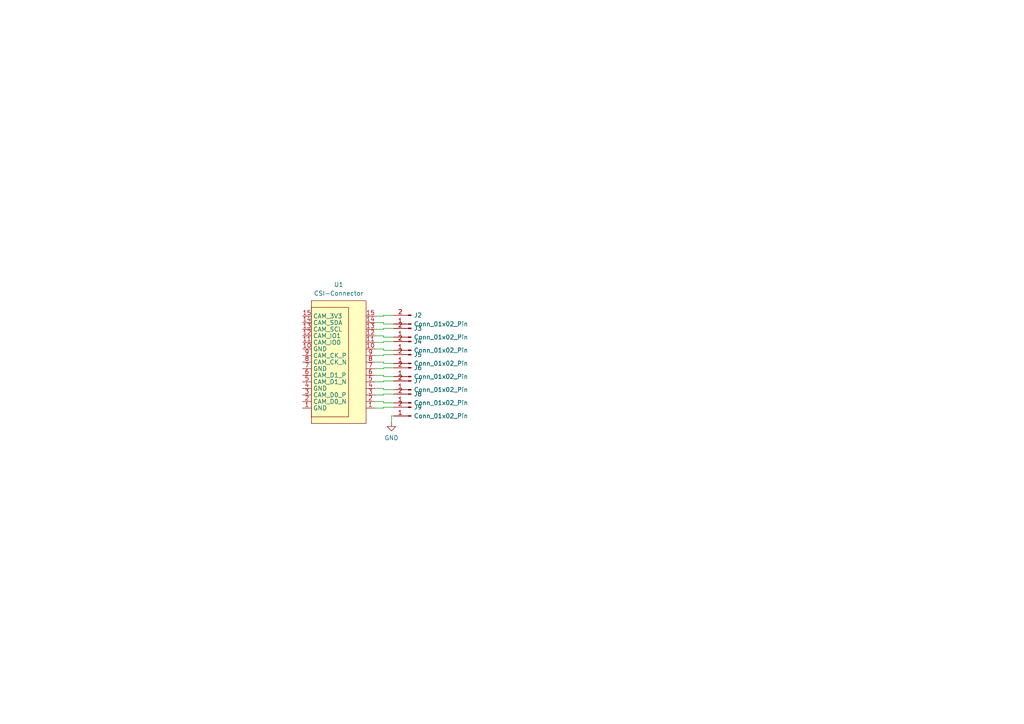
<source format=kicad_sch>
(kicad_sch (version 20230121) (generator eeschema)
  (paper "A4")
  (lib_symbols
    (symbol "Connector:Conn_01x02_Pin" (pin_names (offset 1.016) hide)
      (property "Reference" "J" (at 0 2.54 0))
      (property "Value" "Conn_01x02_Pin" (at 0 -5.08 0))
      (symbol "Conn_01x02_Pin_1_1"
        (polyline (pts (xy 1.27 -2.54) (xy 0.8636 -2.54)) (stroke (width 0.1524)))
        (polyline (pts (xy 1.27 0) (xy 0.8636 0)) (stroke (width 0.1524)))
        (rectangle (start 0.8636 -2.413) (end 0 -2.667) (stroke (width 0.1524)) (fill (type outline)))
        (rectangle (start 0.8636 0.127) (end 0 -0.127) (stroke (width 0.1524)) (fill (type outline)))
        (pin passive line (at 5.08 0 180) (length 3.81) (name "Pin_1") (number "1"))
        (pin passive line (at 5.08 -2.54 180) (length 3.81) (name "Pin_2") (number "2"))
      )
    )
    (symbol "SmallSat-Peripherals-Board:CSI-Connector"
      (property "Reference" "U" (at 0 12.065 0))
      (property "Value" "CSI-Connector" (at 0 10.16 0))
      (symbol "CSI-Connector_0_1"
        (rectangle (start -8.255 6.985) (end 2.54 -24.765))
        (rectangle (start -8.255 8.89) (end 7.62 -26.67) (fill (type background)))
      )
      (symbol "CSI-Connector_1_1"
        (pin input line (at 10.16 -22.225 180) (length 2.54) (name "") (number "1"))
        (pin input line (at -10.795 -22.225 0) (length 2.54) (name "GND") (number "1"))
        (pin input line (at 10.16 -5.08 180) (length 2.54) (name "") (number "10"))
        (pin input line (at -10.795 -5.08 0) (length 2.54) (name "GND") (number "10"))
        (pin input line (at 10.16 -3.175 180) (length 2.54) (name "") (number "11"))
        (pin input line (at -10.795 -3.175 0) (length 2.54) (name "CAM_IO0") (number "11"))
        (pin input line (at 10.16 -1.27 180) (length 2.54) (name "") (number "12"))
        (pin output line (at -10.795 -1.27 0) (length 2.54) (name "CAM_IO1") (number "12"))
        (pin output line (at 10.16 0.635 180) (length 2.54) (name "") (number "13"))
        (pin input line (at -10.795 0.635 0) (length 2.54) (name "CAM_SCL") (number "13"))
        (pin bidirectional line (at 10.16 2.54 180) (length 2.54) (name "") (number "14"))
        (pin bidirectional line (at -10.795 2.54 0) (length 2.54) (name "CAM_SDA") (number "14"))
        (pin input line (at 10.16 4.445 180) (length 2.54) (name "") (number "15"))
        (pin input line (at -10.795 4.445 0) (length 2.54) (name "CAM_3V3") (number "15"))
        (pin input line (at 10.16 -20.32 180) (length 2.54) (name "") (number "2"))
        (pin input line (at -10.795 -20.32 0) (length 2.54) (name "CAM_D0_N") (number "2"))
        (pin input line (at 10.16 -18.415 180) (length 2.54) (name "") (number "3"))
        (pin input line (at -10.795 -18.415 0) (length 2.54) (name "CAM_D0_P") (number "3"))
        (pin input line (at 10.16 -16.51 180) (length 2.54) (name "") (number "4"))
        (pin input line (at -10.795 -16.51 0) (length 2.54) (name "GND") (number "4"))
        (pin input line (at 10.16 -14.605 180) (length 2.54) (name "") (number "5"))
        (pin input line (at -10.795 -14.605 0) (length 2.54) (name "CAM_D1_N") (number "5"))
        (pin input line (at 10.16 -12.7 180) (length 2.54) (name "") (number "6"))
        (pin input line (at -10.795 -12.7 0) (length 2.54) (name "CAM_D1_P") (number "6"))
        (pin input line (at 10.16 -10.795 180) (length 2.54) (name "") (number "7"))
        (pin input line (at -10.795 -10.795 0) (length 2.54) (name "GND") (number "7"))
        (pin input line (at 10.16 -8.89 180) (length 2.54) (name "") (number "8"))
        (pin input line (at -10.795 -8.89 0) (length 2.54) (name "CAM_CK_N") (number "8"))
        (pin input line (at 10.16 -6.985 180) (length 2.54) (name "") (number "9"))
        (pin input line (at -10.795 -6.985 0) (length 2.54) (name "CAM_CK_P") (number "9"))
      )
    )
    (symbol "power:GND" (power) (pin_names (offset 0))
      (property "Value" "GND" (at 0 -3.81 0))
      (symbol "GND_0_1"
        (polyline (pts (xy 0 0) (xy 0 -1.27) (xy 1.27 -1.27) (xy 0 -2.54) (xy -1.27 -1.27) (xy 0 -1.27)))
      )
      (symbol "GND_1_1"
        (pin power_in line (at 0 0 270) (length 0) hide (name "GND") (number "1"))
      )
    )
  )
  (wire (pts (xy 111.252 118.364) (xy 111.252 118.11)))
  (wire (pts (xy 111.252 118.11) (xy 114.173 118.11)))
  (wire (pts (xy 108.712 99.314) (xy 111.252 99.314)))
  (wire (pts (xy 113.538 120.65) (xy 113.538 122.428)))
  (wire (pts (xy 111.252 110.744) (xy 111.252 110.49)))
  (wire (pts (xy 111.252 101.219) (xy 108.712 101.219)))
  (wire (pts (xy 111.252 95.25) (xy 114.173 95.25)))
  (wire (pts (xy 108.712 106.934) (xy 111.252 106.934)))
  (wire (pts (xy 111.252 97.79) (xy 111.252 97.409)))
  (wire (pts (xy 114.173 109.22) (xy 111.252 109.22)))
  (wire (pts (xy 114.173 97.79) (xy 111.252 97.79)))
  (wire (pts (xy 108.712 103.124) (xy 111.252 103.124)))
  (wire (pts (xy 111.252 112.649) (xy 108.712 112.649)))
  (wire (pts (xy 108.712 110.744) (xy 111.252 110.744)))
  (wire (pts (xy 108.712 95.504) (xy 111.252 95.504)))
  (wire (pts (xy 108.712 118.364) (xy 111.252 118.364)))
  (wire (pts (xy 114.173 116.84) (xy 111.252 116.84)))
  (wire (pts (xy 111.252 91.44) (xy 114.173 91.44)))
  (wire (pts (xy 114.173 101.6) (xy 111.252 101.6)))
  (wire (pts (xy 111.252 113.03) (xy 111.252 112.649)))
  (wire (pts (xy 111.252 114.3) (xy 114.173 114.3)))
  (wire (pts (xy 111.252 114.554) (xy 111.252 114.3)))
  (wire (pts (xy 114.173 120.65) (xy 113.538 120.65)))
  (wire (pts (xy 111.252 108.839) (xy 108.712 108.839)))
  (wire (pts (xy 111.252 93.599) (xy 108.712 93.599)))
  (wire (pts (xy 108.712 91.694) (xy 111.252 91.694)))
  (wire (pts (xy 111.252 93.98) (xy 111.252 93.599)))
  (wire (pts (xy 111.252 95.504) (xy 111.252 95.25)))
  (wire (pts (xy 111.252 105.029) (xy 108.712 105.029)))
  (wire (pts (xy 108.712 114.554) (xy 111.252 114.554)))
  (wire (pts (xy 111.252 116.84) (xy 111.252 116.459)))
  (wire (pts (xy 111.252 99.314) (xy 111.252 99.06)))
  (wire (pts (xy 111.252 101.6) (xy 111.252 101.219)))
  (wire (pts (xy 114.173 105.41) (xy 111.252 105.41)))
  (wire (pts (xy 111.252 106.68) (xy 114.173 106.68)))
  (wire (pts (xy 111.252 116.459) (xy 108.712 116.459)))
  (wire (pts (xy 111.252 109.22) (xy 111.252 108.839)))
  (wire (pts (xy 111.252 106.934) (xy 111.252 106.68)))
  (wire (pts (xy 111.252 91.694) (xy 111.252 91.44)))
  (wire (pts (xy 114.173 113.03) (xy 111.252 113.03)))
  (wire (pts (xy 111.252 97.409) (xy 108.712 97.409)))
  (wire (pts (xy 111.252 110.49) (xy 114.173 110.49)))
  (wire (pts (xy 111.252 103.124) (xy 111.252 102.87)))
  (wire (pts (xy 111.252 99.06) (xy 114.173 99.06)))
  (wire (pts (xy 111.252 102.87) (xy 114.173 102.87)))
  (wire (pts (xy 114.173 93.98) (xy 111.252 93.98)))
  (wire (pts (xy 111.252 105.41) (xy 111.252 105.029)))
  (symbol (lib_id "power:GND") (at 113.538 122.428 0) (unit 1)
    (property "Reference" "#PWR01" (effects hide))
    (property "Value" "GND" (at 113.538 127 0))
  )
  (symbol (lib_id "Connector:Conn_01x02_Pin") (at 119.253 105.41 180) (unit 1)
    (property "Reference" "J5" (at 120.015 102.87 0) (effects (justify right)))
    (property "Value" "Conn_01x02_Pin" (at 120.015 105.41 0) (effects (justify right)))
    (property "Footprint" "Connector_PinSocket_1.00mm:PinSocket_1x02_P1.00mm_Vertical" (effects hide))
  )
  (symbol (lib_id "Connector:Conn_01x02_Pin") (at 119.253 97.79 180) (unit 1)
    (property "Reference" "J3" (at 120.015 95.25 0) (effects (justify right)))
    (property "Value" "Conn_01x02_Pin" (at 120.015 97.79 0) (effects (justify right)))
    (property "Footprint" "Connector_PinSocket_1.00mm:PinSocket_1x02_P1.00mm_Vertical" (effects hide))
  )
  (symbol (lib_id "Connector:Conn_01x02_Pin") (at 119.253 116.84 180) (unit 1)
    (property "Reference" "J8" (at 120.015 114.3 0) (effects (justify right)))
    (property "Value" "Conn_01x02_Pin" (at 120.015 116.84 0) (effects (justify right)))
    (property "Footprint" "Connector_PinSocket_1.00mm:PinSocket_1x02_P1.00mm_Vertical" (effects hide))
  )
  (symbol (lib_id "Connector:Conn_01x02_Pin") (at 119.253 109.22 180) (unit 1)
    (property "Reference" "J6" (at 120.015 106.68 0) (effects (justify right)))
    (property "Value" "Conn_01x02_Pin" (at 120.015 109.22 0) (effects (justify right)))
    (property "Footprint" "Connector_PinSocket_1.00mm:PinSocket_1x02_P1.00mm_Vertical" (effects hide))
  )
  (symbol (lib_id "SmallSat-Peripherals-Board:CSI-Connector") (at 98.552 96.139 0) (unit 1)
    (property "Reference" "U1" (at 98.2345 82.55 0))
    (property "Value" "CSI-Connector" (at 98.2345 85.09 0))
  )
  (symbol (lib_id "Connector:Conn_01x02_Pin") (at 119.253 101.6 180) (unit 1)
    (property "Reference" "J4" (at 120.015 99.06 0) (effects (justify right)))
    (property "Value" "Conn_01x02_Pin" (at 120.015 101.6 0) (effects (justify right)))
    (property "Footprint" "Connector_PinSocket_1.00mm:PinSocket_1x02_P1.00mm_Vertical" (effects hide))
  )
  (symbol (lib_id "Connector:Conn_01x02_Pin") (at 119.253 113.03 180) (unit 1)
    (property "Reference" "J7" (at 120.015 110.49 0) (effects (justify right)))
    (property "Value" "Conn_01x02_Pin" (at 120.015 113.03 0) (effects (justify right)))
    (property "Footprint" "Connector_PinSocket_1.00mm:PinSocket_1x02_P1.00mm_Vertical" (effects hide))
  )
  (symbol (lib_id "Connector:Conn_01x02_Pin") (at 119.253 93.98 180) (unit 1)
    (property "Reference" "J2" (at 120.015 91.44 0) (effects (justify right)))
    (property "Value" "Conn_01x02_Pin" (at 120.015 93.98 0) (effects (justify right)))
    (property "Footprint" "Connector_PinSocket_1.00mm:PinSocket_1x02_P1.00mm_Vertical" (effects hide))
  )
  (symbol (lib_id "Connector:Conn_01x02_Pin") (at 119.253 120.65 180) (unit 1)
    (property "Reference" "J9" (at 120.015 118.11 0) (effects (justify right)))
    (property "Value" "Conn_01x02_Pin" (at 120.015 120.65 0) (effects (justify right)))
    (property "Footprint" "Connector_PinSocket_1.00mm:PinSocket_1x02_P1.00mm_Vertical" (effects hide))
  )
)
</source>
